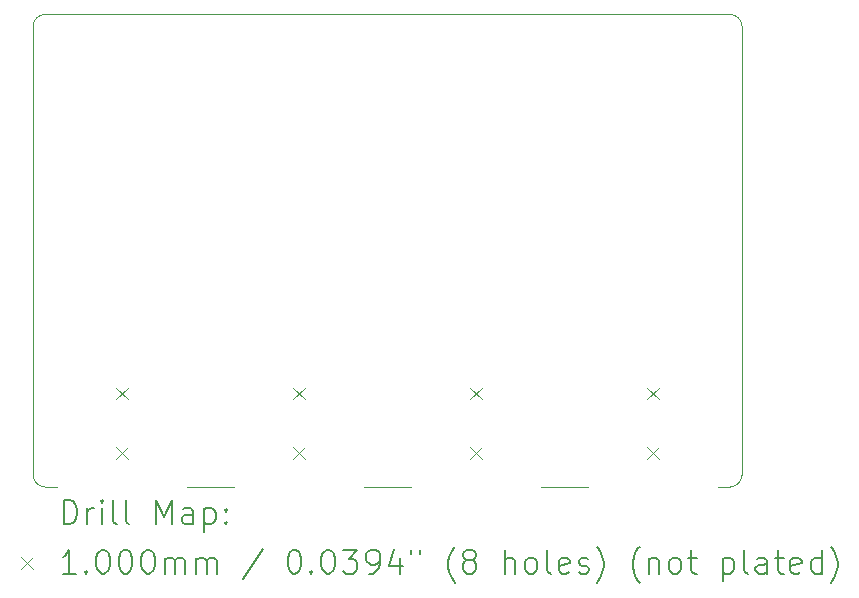
<source format=gbr>
%TF.GenerationSoftware,KiCad,Pcbnew,7.0.6-7.0.6~ubuntu22.04.1*%
%TF.CreationDate,2023-08-06T19:07:09+12:00*%
%TF.ProjectId,AUX_SWITCH,4155585f-5357-4495-9443-482e6b696361,v1.0*%
%TF.SameCoordinates,Original*%
%TF.FileFunction,Drillmap*%
%TF.FilePolarity,Positive*%
%FSLAX45Y45*%
G04 Gerber Fmt 4.5, Leading zero omitted, Abs format (unit mm)*
G04 Created by KiCad (PCBNEW 7.0.6-7.0.6~ubuntu22.04.1) date 2023-08-06 19:07:09*
%MOMM*%
%LPD*%
G01*
G04 APERTURE LIST*
%ADD10C,0.050000*%
%ADD11C,0.200000*%
%ADD12C,0.100000*%
G04 APERTURE END LIST*
D10*
X14000000Y-11690000D02*
G75*
G03*
X14100000Y-11790000I100000J0D01*
G01*
X14100000Y-7790000D02*
G75*
G03*
X14000000Y-7890000I0J-100000D01*
G01*
X20000000Y-7890000D02*
G75*
G03*
X19900000Y-7790000I-100000J0D01*
G01*
X19900000Y-11790000D02*
G75*
G03*
X20000000Y-11690000I0J100000D01*
G01*
X15700000Y-11790000D02*
X15300000Y-11790000D01*
X17200000Y-11790000D02*
X16800000Y-11790000D01*
X20000000Y-11690000D02*
X20000000Y-7890000D01*
X18700000Y-11790000D02*
X18300000Y-11790000D01*
X19800000Y-11790000D02*
X19900000Y-11790000D01*
X14200000Y-11790000D02*
X14100000Y-11790000D01*
X19900000Y-7790000D02*
X14100000Y-7790000D01*
X14000000Y-7890000D02*
X14000000Y-11690000D01*
D11*
D12*
X14700000Y-10950000D02*
X14800000Y-11050000D01*
X14800000Y-10950000D02*
X14700000Y-11050000D01*
X14700000Y-11450000D02*
X14800000Y-11550000D01*
X14800000Y-11450000D02*
X14700000Y-11550000D01*
X16200000Y-10950000D02*
X16300000Y-11050000D01*
X16300000Y-10950000D02*
X16200000Y-11050000D01*
X16200000Y-11450000D02*
X16300000Y-11550000D01*
X16300000Y-11450000D02*
X16200000Y-11550000D01*
X17700000Y-10950000D02*
X17800000Y-11050000D01*
X17800000Y-10950000D02*
X17700000Y-11050000D01*
X17700000Y-11450000D02*
X17800000Y-11550000D01*
X17800000Y-11450000D02*
X17700000Y-11550000D01*
X19200000Y-10950000D02*
X19300000Y-11050000D01*
X19300000Y-10950000D02*
X19200000Y-11050000D01*
X19200000Y-11450000D02*
X19300000Y-11550000D01*
X19300000Y-11450000D02*
X19200000Y-11550000D01*
D11*
X14258277Y-12103984D02*
X14258277Y-11903984D01*
X14258277Y-11903984D02*
X14305896Y-11903984D01*
X14305896Y-11903984D02*
X14334467Y-11913508D01*
X14334467Y-11913508D02*
X14353515Y-11932555D01*
X14353515Y-11932555D02*
X14363039Y-11951603D01*
X14363039Y-11951603D02*
X14372562Y-11989698D01*
X14372562Y-11989698D02*
X14372562Y-12018269D01*
X14372562Y-12018269D02*
X14363039Y-12056365D01*
X14363039Y-12056365D02*
X14353515Y-12075412D01*
X14353515Y-12075412D02*
X14334467Y-12094460D01*
X14334467Y-12094460D02*
X14305896Y-12103984D01*
X14305896Y-12103984D02*
X14258277Y-12103984D01*
X14458277Y-12103984D02*
X14458277Y-11970650D01*
X14458277Y-12008746D02*
X14467801Y-11989698D01*
X14467801Y-11989698D02*
X14477324Y-11980174D01*
X14477324Y-11980174D02*
X14496372Y-11970650D01*
X14496372Y-11970650D02*
X14515420Y-11970650D01*
X14582086Y-12103984D02*
X14582086Y-11970650D01*
X14582086Y-11903984D02*
X14572562Y-11913508D01*
X14572562Y-11913508D02*
X14582086Y-11923031D01*
X14582086Y-11923031D02*
X14591610Y-11913508D01*
X14591610Y-11913508D02*
X14582086Y-11903984D01*
X14582086Y-11903984D02*
X14582086Y-11923031D01*
X14705896Y-12103984D02*
X14686848Y-12094460D01*
X14686848Y-12094460D02*
X14677324Y-12075412D01*
X14677324Y-12075412D02*
X14677324Y-11903984D01*
X14810658Y-12103984D02*
X14791610Y-12094460D01*
X14791610Y-12094460D02*
X14782086Y-12075412D01*
X14782086Y-12075412D02*
X14782086Y-11903984D01*
X15039229Y-12103984D02*
X15039229Y-11903984D01*
X15039229Y-11903984D02*
X15105896Y-12046841D01*
X15105896Y-12046841D02*
X15172562Y-11903984D01*
X15172562Y-11903984D02*
X15172562Y-12103984D01*
X15353515Y-12103984D02*
X15353515Y-11999222D01*
X15353515Y-11999222D02*
X15343991Y-11980174D01*
X15343991Y-11980174D02*
X15324943Y-11970650D01*
X15324943Y-11970650D02*
X15286848Y-11970650D01*
X15286848Y-11970650D02*
X15267801Y-11980174D01*
X15353515Y-12094460D02*
X15334467Y-12103984D01*
X15334467Y-12103984D02*
X15286848Y-12103984D01*
X15286848Y-12103984D02*
X15267801Y-12094460D01*
X15267801Y-12094460D02*
X15258277Y-12075412D01*
X15258277Y-12075412D02*
X15258277Y-12056365D01*
X15258277Y-12056365D02*
X15267801Y-12037317D01*
X15267801Y-12037317D02*
X15286848Y-12027793D01*
X15286848Y-12027793D02*
X15334467Y-12027793D01*
X15334467Y-12027793D02*
X15353515Y-12018269D01*
X15448753Y-11970650D02*
X15448753Y-12170650D01*
X15448753Y-11980174D02*
X15467801Y-11970650D01*
X15467801Y-11970650D02*
X15505896Y-11970650D01*
X15505896Y-11970650D02*
X15524943Y-11980174D01*
X15524943Y-11980174D02*
X15534467Y-11989698D01*
X15534467Y-11989698D02*
X15543991Y-12008746D01*
X15543991Y-12008746D02*
X15543991Y-12065888D01*
X15543991Y-12065888D02*
X15534467Y-12084936D01*
X15534467Y-12084936D02*
X15524943Y-12094460D01*
X15524943Y-12094460D02*
X15505896Y-12103984D01*
X15505896Y-12103984D02*
X15467801Y-12103984D01*
X15467801Y-12103984D02*
X15448753Y-12094460D01*
X15629705Y-12084936D02*
X15639229Y-12094460D01*
X15639229Y-12094460D02*
X15629705Y-12103984D01*
X15629705Y-12103984D02*
X15620182Y-12094460D01*
X15620182Y-12094460D02*
X15629705Y-12084936D01*
X15629705Y-12084936D02*
X15629705Y-12103984D01*
X15629705Y-11980174D02*
X15639229Y-11989698D01*
X15639229Y-11989698D02*
X15629705Y-11999222D01*
X15629705Y-11999222D02*
X15620182Y-11989698D01*
X15620182Y-11989698D02*
X15629705Y-11980174D01*
X15629705Y-11980174D02*
X15629705Y-11999222D01*
D12*
X13897500Y-12382500D02*
X13997500Y-12482500D01*
X13997500Y-12382500D02*
X13897500Y-12482500D01*
D11*
X14363039Y-12523984D02*
X14248753Y-12523984D01*
X14305896Y-12523984D02*
X14305896Y-12323984D01*
X14305896Y-12323984D02*
X14286848Y-12352555D01*
X14286848Y-12352555D02*
X14267801Y-12371603D01*
X14267801Y-12371603D02*
X14248753Y-12381127D01*
X14448753Y-12504936D02*
X14458277Y-12514460D01*
X14458277Y-12514460D02*
X14448753Y-12523984D01*
X14448753Y-12523984D02*
X14439229Y-12514460D01*
X14439229Y-12514460D02*
X14448753Y-12504936D01*
X14448753Y-12504936D02*
X14448753Y-12523984D01*
X14582086Y-12323984D02*
X14601134Y-12323984D01*
X14601134Y-12323984D02*
X14620182Y-12333508D01*
X14620182Y-12333508D02*
X14629705Y-12343031D01*
X14629705Y-12343031D02*
X14639229Y-12362079D01*
X14639229Y-12362079D02*
X14648753Y-12400174D01*
X14648753Y-12400174D02*
X14648753Y-12447793D01*
X14648753Y-12447793D02*
X14639229Y-12485888D01*
X14639229Y-12485888D02*
X14629705Y-12504936D01*
X14629705Y-12504936D02*
X14620182Y-12514460D01*
X14620182Y-12514460D02*
X14601134Y-12523984D01*
X14601134Y-12523984D02*
X14582086Y-12523984D01*
X14582086Y-12523984D02*
X14563039Y-12514460D01*
X14563039Y-12514460D02*
X14553515Y-12504936D01*
X14553515Y-12504936D02*
X14543991Y-12485888D01*
X14543991Y-12485888D02*
X14534467Y-12447793D01*
X14534467Y-12447793D02*
X14534467Y-12400174D01*
X14534467Y-12400174D02*
X14543991Y-12362079D01*
X14543991Y-12362079D02*
X14553515Y-12343031D01*
X14553515Y-12343031D02*
X14563039Y-12333508D01*
X14563039Y-12333508D02*
X14582086Y-12323984D01*
X14772562Y-12323984D02*
X14791610Y-12323984D01*
X14791610Y-12323984D02*
X14810658Y-12333508D01*
X14810658Y-12333508D02*
X14820182Y-12343031D01*
X14820182Y-12343031D02*
X14829705Y-12362079D01*
X14829705Y-12362079D02*
X14839229Y-12400174D01*
X14839229Y-12400174D02*
X14839229Y-12447793D01*
X14839229Y-12447793D02*
X14829705Y-12485888D01*
X14829705Y-12485888D02*
X14820182Y-12504936D01*
X14820182Y-12504936D02*
X14810658Y-12514460D01*
X14810658Y-12514460D02*
X14791610Y-12523984D01*
X14791610Y-12523984D02*
X14772562Y-12523984D01*
X14772562Y-12523984D02*
X14753515Y-12514460D01*
X14753515Y-12514460D02*
X14743991Y-12504936D01*
X14743991Y-12504936D02*
X14734467Y-12485888D01*
X14734467Y-12485888D02*
X14724943Y-12447793D01*
X14724943Y-12447793D02*
X14724943Y-12400174D01*
X14724943Y-12400174D02*
X14734467Y-12362079D01*
X14734467Y-12362079D02*
X14743991Y-12343031D01*
X14743991Y-12343031D02*
X14753515Y-12333508D01*
X14753515Y-12333508D02*
X14772562Y-12323984D01*
X14963039Y-12323984D02*
X14982086Y-12323984D01*
X14982086Y-12323984D02*
X15001134Y-12333508D01*
X15001134Y-12333508D02*
X15010658Y-12343031D01*
X15010658Y-12343031D02*
X15020182Y-12362079D01*
X15020182Y-12362079D02*
X15029705Y-12400174D01*
X15029705Y-12400174D02*
X15029705Y-12447793D01*
X15029705Y-12447793D02*
X15020182Y-12485888D01*
X15020182Y-12485888D02*
X15010658Y-12504936D01*
X15010658Y-12504936D02*
X15001134Y-12514460D01*
X15001134Y-12514460D02*
X14982086Y-12523984D01*
X14982086Y-12523984D02*
X14963039Y-12523984D01*
X14963039Y-12523984D02*
X14943991Y-12514460D01*
X14943991Y-12514460D02*
X14934467Y-12504936D01*
X14934467Y-12504936D02*
X14924943Y-12485888D01*
X14924943Y-12485888D02*
X14915420Y-12447793D01*
X14915420Y-12447793D02*
X14915420Y-12400174D01*
X14915420Y-12400174D02*
X14924943Y-12362079D01*
X14924943Y-12362079D02*
X14934467Y-12343031D01*
X14934467Y-12343031D02*
X14943991Y-12333508D01*
X14943991Y-12333508D02*
X14963039Y-12323984D01*
X15115420Y-12523984D02*
X15115420Y-12390650D01*
X15115420Y-12409698D02*
X15124943Y-12400174D01*
X15124943Y-12400174D02*
X15143991Y-12390650D01*
X15143991Y-12390650D02*
X15172563Y-12390650D01*
X15172563Y-12390650D02*
X15191610Y-12400174D01*
X15191610Y-12400174D02*
X15201134Y-12419222D01*
X15201134Y-12419222D02*
X15201134Y-12523984D01*
X15201134Y-12419222D02*
X15210658Y-12400174D01*
X15210658Y-12400174D02*
X15229705Y-12390650D01*
X15229705Y-12390650D02*
X15258277Y-12390650D01*
X15258277Y-12390650D02*
X15277324Y-12400174D01*
X15277324Y-12400174D02*
X15286848Y-12419222D01*
X15286848Y-12419222D02*
X15286848Y-12523984D01*
X15382086Y-12523984D02*
X15382086Y-12390650D01*
X15382086Y-12409698D02*
X15391610Y-12400174D01*
X15391610Y-12400174D02*
X15410658Y-12390650D01*
X15410658Y-12390650D02*
X15439229Y-12390650D01*
X15439229Y-12390650D02*
X15458277Y-12400174D01*
X15458277Y-12400174D02*
X15467801Y-12419222D01*
X15467801Y-12419222D02*
X15467801Y-12523984D01*
X15467801Y-12419222D02*
X15477324Y-12400174D01*
X15477324Y-12400174D02*
X15496372Y-12390650D01*
X15496372Y-12390650D02*
X15524943Y-12390650D01*
X15524943Y-12390650D02*
X15543991Y-12400174D01*
X15543991Y-12400174D02*
X15553515Y-12419222D01*
X15553515Y-12419222D02*
X15553515Y-12523984D01*
X15943991Y-12314460D02*
X15772563Y-12571603D01*
X16201134Y-12323984D02*
X16220182Y-12323984D01*
X16220182Y-12323984D02*
X16239229Y-12333508D01*
X16239229Y-12333508D02*
X16248753Y-12343031D01*
X16248753Y-12343031D02*
X16258277Y-12362079D01*
X16258277Y-12362079D02*
X16267801Y-12400174D01*
X16267801Y-12400174D02*
X16267801Y-12447793D01*
X16267801Y-12447793D02*
X16258277Y-12485888D01*
X16258277Y-12485888D02*
X16248753Y-12504936D01*
X16248753Y-12504936D02*
X16239229Y-12514460D01*
X16239229Y-12514460D02*
X16220182Y-12523984D01*
X16220182Y-12523984D02*
X16201134Y-12523984D01*
X16201134Y-12523984D02*
X16182086Y-12514460D01*
X16182086Y-12514460D02*
X16172563Y-12504936D01*
X16172563Y-12504936D02*
X16163039Y-12485888D01*
X16163039Y-12485888D02*
X16153515Y-12447793D01*
X16153515Y-12447793D02*
X16153515Y-12400174D01*
X16153515Y-12400174D02*
X16163039Y-12362079D01*
X16163039Y-12362079D02*
X16172563Y-12343031D01*
X16172563Y-12343031D02*
X16182086Y-12333508D01*
X16182086Y-12333508D02*
X16201134Y-12323984D01*
X16353515Y-12504936D02*
X16363039Y-12514460D01*
X16363039Y-12514460D02*
X16353515Y-12523984D01*
X16353515Y-12523984D02*
X16343991Y-12514460D01*
X16343991Y-12514460D02*
X16353515Y-12504936D01*
X16353515Y-12504936D02*
X16353515Y-12523984D01*
X16486848Y-12323984D02*
X16505896Y-12323984D01*
X16505896Y-12323984D02*
X16524944Y-12333508D01*
X16524944Y-12333508D02*
X16534467Y-12343031D01*
X16534467Y-12343031D02*
X16543991Y-12362079D01*
X16543991Y-12362079D02*
X16553515Y-12400174D01*
X16553515Y-12400174D02*
X16553515Y-12447793D01*
X16553515Y-12447793D02*
X16543991Y-12485888D01*
X16543991Y-12485888D02*
X16534467Y-12504936D01*
X16534467Y-12504936D02*
X16524944Y-12514460D01*
X16524944Y-12514460D02*
X16505896Y-12523984D01*
X16505896Y-12523984D02*
X16486848Y-12523984D01*
X16486848Y-12523984D02*
X16467801Y-12514460D01*
X16467801Y-12514460D02*
X16458277Y-12504936D01*
X16458277Y-12504936D02*
X16448753Y-12485888D01*
X16448753Y-12485888D02*
X16439229Y-12447793D01*
X16439229Y-12447793D02*
X16439229Y-12400174D01*
X16439229Y-12400174D02*
X16448753Y-12362079D01*
X16448753Y-12362079D02*
X16458277Y-12343031D01*
X16458277Y-12343031D02*
X16467801Y-12333508D01*
X16467801Y-12333508D02*
X16486848Y-12323984D01*
X16620182Y-12323984D02*
X16743991Y-12323984D01*
X16743991Y-12323984D02*
X16677325Y-12400174D01*
X16677325Y-12400174D02*
X16705896Y-12400174D01*
X16705896Y-12400174D02*
X16724944Y-12409698D01*
X16724944Y-12409698D02*
X16734467Y-12419222D01*
X16734467Y-12419222D02*
X16743991Y-12438269D01*
X16743991Y-12438269D02*
X16743991Y-12485888D01*
X16743991Y-12485888D02*
X16734467Y-12504936D01*
X16734467Y-12504936D02*
X16724944Y-12514460D01*
X16724944Y-12514460D02*
X16705896Y-12523984D01*
X16705896Y-12523984D02*
X16648753Y-12523984D01*
X16648753Y-12523984D02*
X16629706Y-12514460D01*
X16629706Y-12514460D02*
X16620182Y-12504936D01*
X16839229Y-12523984D02*
X16877325Y-12523984D01*
X16877325Y-12523984D02*
X16896372Y-12514460D01*
X16896372Y-12514460D02*
X16905896Y-12504936D01*
X16905896Y-12504936D02*
X16924944Y-12476365D01*
X16924944Y-12476365D02*
X16934468Y-12438269D01*
X16934468Y-12438269D02*
X16934468Y-12362079D01*
X16934468Y-12362079D02*
X16924944Y-12343031D01*
X16924944Y-12343031D02*
X16915420Y-12333508D01*
X16915420Y-12333508D02*
X16896372Y-12323984D01*
X16896372Y-12323984D02*
X16858277Y-12323984D01*
X16858277Y-12323984D02*
X16839229Y-12333508D01*
X16839229Y-12333508D02*
X16829706Y-12343031D01*
X16829706Y-12343031D02*
X16820182Y-12362079D01*
X16820182Y-12362079D02*
X16820182Y-12409698D01*
X16820182Y-12409698D02*
X16829706Y-12428746D01*
X16829706Y-12428746D02*
X16839229Y-12438269D01*
X16839229Y-12438269D02*
X16858277Y-12447793D01*
X16858277Y-12447793D02*
X16896372Y-12447793D01*
X16896372Y-12447793D02*
X16915420Y-12438269D01*
X16915420Y-12438269D02*
X16924944Y-12428746D01*
X16924944Y-12428746D02*
X16934468Y-12409698D01*
X17105896Y-12390650D02*
X17105896Y-12523984D01*
X17058277Y-12314460D02*
X17010658Y-12457317D01*
X17010658Y-12457317D02*
X17134468Y-12457317D01*
X17201134Y-12323984D02*
X17201134Y-12362079D01*
X17277325Y-12323984D02*
X17277325Y-12362079D01*
X17572563Y-12600174D02*
X17563039Y-12590650D01*
X17563039Y-12590650D02*
X17543991Y-12562079D01*
X17543991Y-12562079D02*
X17534468Y-12543031D01*
X17534468Y-12543031D02*
X17524944Y-12514460D01*
X17524944Y-12514460D02*
X17515420Y-12466841D01*
X17515420Y-12466841D02*
X17515420Y-12428746D01*
X17515420Y-12428746D02*
X17524944Y-12381127D01*
X17524944Y-12381127D02*
X17534468Y-12352555D01*
X17534468Y-12352555D02*
X17543991Y-12333508D01*
X17543991Y-12333508D02*
X17563039Y-12304936D01*
X17563039Y-12304936D02*
X17572563Y-12295412D01*
X17677325Y-12409698D02*
X17658277Y-12400174D01*
X17658277Y-12400174D02*
X17648753Y-12390650D01*
X17648753Y-12390650D02*
X17639230Y-12371603D01*
X17639230Y-12371603D02*
X17639230Y-12362079D01*
X17639230Y-12362079D02*
X17648753Y-12343031D01*
X17648753Y-12343031D02*
X17658277Y-12333508D01*
X17658277Y-12333508D02*
X17677325Y-12323984D01*
X17677325Y-12323984D02*
X17715420Y-12323984D01*
X17715420Y-12323984D02*
X17734468Y-12333508D01*
X17734468Y-12333508D02*
X17743991Y-12343031D01*
X17743991Y-12343031D02*
X17753515Y-12362079D01*
X17753515Y-12362079D02*
X17753515Y-12371603D01*
X17753515Y-12371603D02*
X17743991Y-12390650D01*
X17743991Y-12390650D02*
X17734468Y-12400174D01*
X17734468Y-12400174D02*
X17715420Y-12409698D01*
X17715420Y-12409698D02*
X17677325Y-12409698D01*
X17677325Y-12409698D02*
X17658277Y-12419222D01*
X17658277Y-12419222D02*
X17648753Y-12428746D01*
X17648753Y-12428746D02*
X17639230Y-12447793D01*
X17639230Y-12447793D02*
X17639230Y-12485888D01*
X17639230Y-12485888D02*
X17648753Y-12504936D01*
X17648753Y-12504936D02*
X17658277Y-12514460D01*
X17658277Y-12514460D02*
X17677325Y-12523984D01*
X17677325Y-12523984D02*
X17715420Y-12523984D01*
X17715420Y-12523984D02*
X17734468Y-12514460D01*
X17734468Y-12514460D02*
X17743991Y-12504936D01*
X17743991Y-12504936D02*
X17753515Y-12485888D01*
X17753515Y-12485888D02*
X17753515Y-12447793D01*
X17753515Y-12447793D02*
X17743991Y-12428746D01*
X17743991Y-12428746D02*
X17734468Y-12419222D01*
X17734468Y-12419222D02*
X17715420Y-12409698D01*
X17991611Y-12523984D02*
X17991611Y-12323984D01*
X18077325Y-12523984D02*
X18077325Y-12419222D01*
X18077325Y-12419222D02*
X18067801Y-12400174D01*
X18067801Y-12400174D02*
X18048753Y-12390650D01*
X18048753Y-12390650D02*
X18020182Y-12390650D01*
X18020182Y-12390650D02*
X18001134Y-12400174D01*
X18001134Y-12400174D02*
X17991611Y-12409698D01*
X18201134Y-12523984D02*
X18182087Y-12514460D01*
X18182087Y-12514460D02*
X18172563Y-12504936D01*
X18172563Y-12504936D02*
X18163039Y-12485888D01*
X18163039Y-12485888D02*
X18163039Y-12428746D01*
X18163039Y-12428746D02*
X18172563Y-12409698D01*
X18172563Y-12409698D02*
X18182087Y-12400174D01*
X18182087Y-12400174D02*
X18201134Y-12390650D01*
X18201134Y-12390650D02*
X18229706Y-12390650D01*
X18229706Y-12390650D02*
X18248753Y-12400174D01*
X18248753Y-12400174D02*
X18258277Y-12409698D01*
X18258277Y-12409698D02*
X18267801Y-12428746D01*
X18267801Y-12428746D02*
X18267801Y-12485888D01*
X18267801Y-12485888D02*
X18258277Y-12504936D01*
X18258277Y-12504936D02*
X18248753Y-12514460D01*
X18248753Y-12514460D02*
X18229706Y-12523984D01*
X18229706Y-12523984D02*
X18201134Y-12523984D01*
X18382087Y-12523984D02*
X18363039Y-12514460D01*
X18363039Y-12514460D02*
X18353515Y-12495412D01*
X18353515Y-12495412D02*
X18353515Y-12323984D01*
X18534468Y-12514460D02*
X18515420Y-12523984D01*
X18515420Y-12523984D02*
X18477325Y-12523984D01*
X18477325Y-12523984D02*
X18458277Y-12514460D01*
X18458277Y-12514460D02*
X18448753Y-12495412D01*
X18448753Y-12495412D02*
X18448753Y-12419222D01*
X18448753Y-12419222D02*
X18458277Y-12400174D01*
X18458277Y-12400174D02*
X18477325Y-12390650D01*
X18477325Y-12390650D02*
X18515420Y-12390650D01*
X18515420Y-12390650D02*
X18534468Y-12400174D01*
X18534468Y-12400174D02*
X18543992Y-12419222D01*
X18543992Y-12419222D02*
X18543992Y-12438269D01*
X18543992Y-12438269D02*
X18448753Y-12457317D01*
X18620182Y-12514460D02*
X18639230Y-12523984D01*
X18639230Y-12523984D02*
X18677325Y-12523984D01*
X18677325Y-12523984D02*
X18696373Y-12514460D01*
X18696373Y-12514460D02*
X18705896Y-12495412D01*
X18705896Y-12495412D02*
X18705896Y-12485888D01*
X18705896Y-12485888D02*
X18696373Y-12466841D01*
X18696373Y-12466841D02*
X18677325Y-12457317D01*
X18677325Y-12457317D02*
X18648753Y-12457317D01*
X18648753Y-12457317D02*
X18629706Y-12447793D01*
X18629706Y-12447793D02*
X18620182Y-12428746D01*
X18620182Y-12428746D02*
X18620182Y-12419222D01*
X18620182Y-12419222D02*
X18629706Y-12400174D01*
X18629706Y-12400174D02*
X18648753Y-12390650D01*
X18648753Y-12390650D02*
X18677325Y-12390650D01*
X18677325Y-12390650D02*
X18696373Y-12400174D01*
X18772563Y-12600174D02*
X18782087Y-12590650D01*
X18782087Y-12590650D02*
X18801134Y-12562079D01*
X18801134Y-12562079D02*
X18810658Y-12543031D01*
X18810658Y-12543031D02*
X18820182Y-12514460D01*
X18820182Y-12514460D02*
X18829706Y-12466841D01*
X18829706Y-12466841D02*
X18829706Y-12428746D01*
X18829706Y-12428746D02*
X18820182Y-12381127D01*
X18820182Y-12381127D02*
X18810658Y-12352555D01*
X18810658Y-12352555D02*
X18801134Y-12333508D01*
X18801134Y-12333508D02*
X18782087Y-12304936D01*
X18782087Y-12304936D02*
X18772563Y-12295412D01*
X19134468Y-12600174D02*
X19124944Y-12590650D01*
X19124944Y-12590650D02*
X19105896Y-12562079D01*
X19105896Y-12562079D02*
X19096373Y-12543031D01*
X19096373Y-12543031D02*
X19086849Y-12514460D01*
X19086849Y-12514460D02*
X19077325Y-12466841D01*
X19077325Y-12466841D02*
X19077325Y-12428746D01*
X19077325Y-12428746D02*
X19086849Y-12381127D01*
X19086849Y-12381127D02*
X19096373Y-12352555D01*
X19096373Y-12352555D02*
X19105896Y-12333508D01*
X19105896Y-12333508D02*
X19124944Y-12304936D01*
X19124944Y-12304936D02*
X19134468Y-12295412D01*
X19210658Y-12390650D02*
X19210658Y-12523984D01*
X19210658Y-12409698D02*
X19220182Y-12400174D01*
X19220182Y-12400174D02*
X19239230Y-12390650D01*
X19239230Y-12390650D02*
X19267801Y-12390650D01*
X19267801Y-12390650D02*
X19286849Y-12400174D01*
X19286849Y-12400174D02*
X19296373Y-12419222D01*
X19296373Y-12419222D02*
X19296373Y-12523984D01*
X19420182Y-12523984D02*
X19401134Y-12514460D01*
X19401134Y-12514460D02*
X19391611Y-12504936D01*
X19391611Y-12504936D02*
X19382087Y-12485888D01*
X19382087Y-12485888D02*
X19382087Y-12428746D01*
X19382087Y-12428746D02*
X19391611Y-12409698D01*
X19391611Y-12409698D02*
X19401134Y-12400174D01*
X19401134Y-12400174D02*
X19420182Y-12390650D01*
X19420182Y-12390650D02*
X19448754Y-12390650D01*
X19448754Y-12390650D02*
X19467801Y-12400174D01*
X19467801Y-12400174D02*
X19477325Y-12409698D01*
X19477325Y-12409698D02*
X19486849Y-12428746D01*
X19486849Y-12428746D02*
X19486849Y-12485888D01*
X19486849Y-12485888D02*
X19477325Y-12504936D01*
X19477325Y-12504936D02*
X19467801Y-12514460D01*
X19467801Y-12514460D02*
X19448754Y-12523984D01*
X19448754Y-12523984D02*
X19420182Y-12523984D01*
X19543992Y-12390650D02*
X19620182Y-12390650D01*
X19572563Y-12323984D02*
X19572563Y-12495412D01*
X19572563Y-12495412D02*
X19582087Y-12514460D01*
X19582087Y-12514460D02*
X19601134Y-12523984D01*
X19601134Y-12523984D02*
X19620182Y-12523984D01*
X19839230Y-12390650D02*
X19839230Y-12590650D01*
X19839230Y-12400174D02*
X19858277Y-12390650D01*
X19858277Y-12390650D02*
X19896373Y-12390650D01*
X19896373Y-12390650D02*
X19915420Y-12400174D01*
X19915420Y-12400174D02*
X19924944Y-12409698D01*
X19924944Y-12409698D02*
X19934468Y-12428746D01*
X19934468Y-12428746D02*
X19934468Y-12485888D01*
X19934468Y-12485888D02*
X19924944Y-12504936D01*
X19924944Y-12504936D02*
X19915420Y-12514460D01*
X19915420Y-12514460D02*
X19896373Y-12523984D01*
X19896373Y-12523984D02*
X19858277Y-12523984D01*
X19858277Y-12523984D02*
X19839230Y-12514460D01*
X20048754Y-12523984D02*
X20029706Y-12514460D01*
X20029706Y-12514460D02*
X20020182Y-12495412D01*
X20020182Y-12495412D02*
X20020182Y-12323984D01*
X20210658Y-12523984D02*
X20210658Y-12419222D01*
X20210658Y-12419222D02*
X20201135Y-12400174D01*
X20201135Y-12400174D02*
X20182087Y-12390650D01*
X20182087Y-12390650D02*
X20143992Y-12390650D01*
X20143992Y-12390650D02*
X20124944Y-12400174D01*
X20210658Y-12514460D02*
X20191611Y-12523984D01*
X20191611Y-12523984D02*
X20143992Y-12523984D01*
X20143992Y-12523984D02*
X20124944Y-12514460D01*
X20124944Y-12514460D02*
X20115420Y-12495412D01*
X20115420Y-12495412D02*
X20115420Y-12476365D01*
X20115420Y-12476365D02*
X20124944Y-12457317D01*
X20124944Y-12457317D02*
X20143992Y-12447793D01*
X20143992Y-12447793D02*
X20191611Y-12447793D01*
X20191611Y-12447793D02*
X20210658Y-12438269D01*
X20277325Y-12390650D02*
X20353515Y-12390650D01*
X20305896Y-12323984D02*
X20305896Y-12495412D01*
X20305896Y-12495412D02*
X20315420Y-12514460D01*
X20315420Y-12514460D02*
X20334468Y-12523984D01*
X20334468Y-12523984D02*
X20353515Y-12523984D01*
X20496373Y-12514460D02*
X20477325Y-12523984D01*
X20477325Y-12523984D02*
X20439230Y-12523984D01*
X20439230Y-12523984D02*
X20420182Y-12514460D01*
X20420182Y-12514460D02*
X20410658Y-12495412D01*
X20410658Y-12495412D02*
X20410658Y-12419222D01*
X20410658Y-12419222D02*
X20420182Y-12400174D01*
X20420182Y-12400174D02*
X20439230Y-12390650D01*
X20439230Y-12390650D02*
X20477325Y-12390650D01*
X20477325Y-12390650D02*
X20496373Y-12400174D01*
X20496373Y-12400174D02*
X20505896Y-12419222D01*
X20505896Y-12419222D02*
X20505896Y-12438269D01*
X20505896Y-12438269D02*
X20410658Y-12457317D01*
X20677325Y-12523984D02*
X20677325Y-12323984D01*
X20677325Y-12514460D02*
X20658277Y-12523984D01*
X20658277Y-12523984D02*
X20620182Y-12523984D01*
X20620182Y-12523984D02*
X20601135Y-12514460D01*
X20601135Y-12514460D02*
X20591611Y-12504936D01*
X20591611Y-12504936D02*
X20582087Y-12485888D01*
X20582087Y-12485888D02*
X20582087Y-12428746D01*
X20582087Y-12428746D02*
X20591611Y-12409698D01*
X20591611Y-12409698D02*
X20601135Y-12400174D01*
X20601135Y-12400174D02*
X20620182Y-12390650D01*
X20620182Y-12390650D02*
X20658277Y-12390650D01*
X20658277Y-12390650D02*
X20677325Y-12400174D01*
X20753516Y-12600174D02*
X20763039Y-12590650D01*
X20763039Y-12590650D02*
X20782087Y-12562079D01*
X20782087Y-12562079D02*
X20791611Y-12543031D01*
X20791611Y-12543031D02*
X20801135Y-12514460D01*
X20801135Y-12514460D02*
X20810658Y-12466841D01*
X20810658Y-12466841D02*
X20810658Y-12428746D01*
X20810658Y-12428746D02*
X20801135Y-12381127D01*
X20801135Y-12381127D02*
X20791611Y-12352555D01*
X20791611Y-12352555D02*
X20782087Y-12333508D01*
X20782087Y-12333508D02*
X20763039Y-12304936D01*
X20763039Y-12304936D02*
X20753516Y-12295412D01*
M02*

</source>
